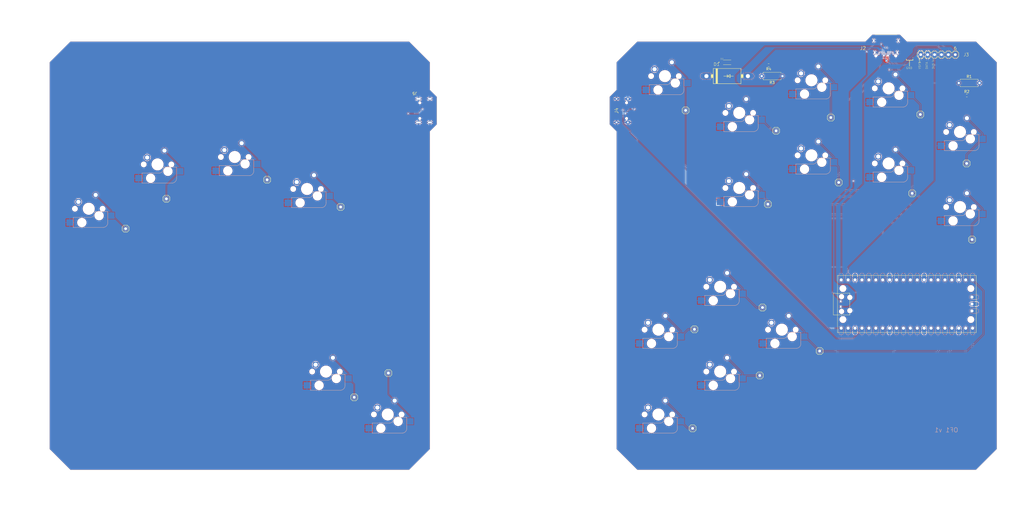
<source format=kicad_pcb>
(kicad_pcb (version 20211014) (generator pcbnew)
  (layers (0 "F.Cu" signal) (31 "B.Cu" signal) (34 "B.Paste" user) (35 "F.Paste" user) (36 "B.SilkS" user "B.Silkscreen") (37 "F.SilkS" user "F.Silkscreen") (38 "B.Mask" user) (39 "F.Mask" user) (44 "Edge.Cuts" user))
  (net 0 "")
  (net 1 "GND")
  (net 2 "+5V")
  (net 6 "/START")
  (net 8 "/RIGHT")
  (net 9 "/DOWN")
  (net 10 "/LEFT")
  (net 11 "/L")
  (net 12 "/M1")
  (net 17 "/C_UP")
  (net 18 "/C_LT")
  (net 19 "/A")
  (net 20 "/C_DN")
  (net 21 "/C_RT")
  (net 22 "/UP")
  (net 23 "/MS")
  (net 24 "/Z")
  (net 25 "V+")
  (net 26 "/LS")
  (net 27 "VCC")
  (net 28 "/M2")
  (net 29 "/X")
  (net 30 "/Y")
  (net 31 "/B")
  (net 32 "/R")
  (net 33 "/DATA")
  (net 37 "/M1_J")
  (net 38 "/M2_J")
  (net 39 "/L_J")
  (net 40 "/LEFT_J")
  (net 41 "/D-")
  (net 42 "Net-(J2-PadA5)")
  (net 43 "Net-(J2-PadB5)")
  (net 45 "/D+")
  (net 46 "/DOWN_J")
  (net 47 "/RIGHT_J")
  (footprint "OF1 v1:MX-BOTH" (layer "F.Cu") (at 282.8411 72.7576 180)
    (fp_text reference "U$15" hide)
    (fp_text value "MX-B" hide)
  )
  (footprint "OF1 v1:1X01" (layer "F.Cu") (at 264.5011 79.7536)
    (fp_text reference "JP11" hide)
    (fp_text value "PINHD-1X1")
  )
  (footprint "OF1 v1:MX-BOTH" (layer "F.Cu") (at 282.8411 45.1476 180)
    (fp_text reference "U$11" hide)
    (fp_text value "MX-B" hide)
  )
  (footprint "OF1 v1:1X01" (layer "F.Cu") (at 238.5011 87.7536)
    (fp_text reference "JP10" hide)
    (fp_text value "PINHD-1X1")
  )
  (footprint "OF1 v1:MX-BOTH" (layer "F.Cu") (at 220.9531 118.1176 180)
    (fp_text reference "U$17" hide)
    (fp_text value "MX-B" hide)
  )
  (footprint "OF1 v1:1X01" (layer "F.Cu") (at 81.5011 88.7536)
    (fp_text reference "JP5" hide)
    (fp_text value "PINHD-1X1")
  )
  (footprint "OF1 v1:MX-BOTH" (layer "F.Cu") (at 76.1331 149.3026 180)
    (fp_text reference "U$6" hide)
    (fp_text value "MX-B" hide)
  )
  (footprint "OF1 v1:DO201-15" (layer "F.Cu") (at 223.52 40.64)
    (fp_text reference "D1")
    (fp_text value "1N5400")
  )
  (footprint "OF1 v1:MX-BOTH" (layer "F.Cu") (at 220.9531 149.3026 180)
    (fp_text reference "U$20" hide)
    (fp_text value "MX-B" hide)
  )
  (footprint "OF1 v1:SOD3715X145N" (layer "F.Cu") (at 223.52 35.56)
    (fp_text reference "D2")
    (fp_text value "1N5819HW-7-F")
  )
  (footprint "OF1 v1:1X01" (layer "F.Cu") (at 211.5011 133.7536)
    (fp_text reference "JP18" hide)
    (fp_text value "PINHD-1X1")
  )
  (footprint "Resistor_SMD:R_0603_1608Metric" (layer "F.Cu") (at 311.567036 47.770638)
    (fp_text reference "R2")
    (fp_text value "5.1k")
  )
  (footprint "OF1 v1:MX-BOTH" (layer "F.Cu") (at 254.4861 42.1726 180)
    (fp_text reference "U$10" hide)
    (fp_text value "MX-B" hide)
  )
  (footprint "OF1 v1:1X01" (layer "F.Cu") (at 86.5011 158.7536)
    (fp_text reference "JP6" hide)
    (fp_text value "PINHD-1X1")
  )
  (footprint "OF1 v1:1X01" (layer "F.Cu") (at 311.5011 72.7536)
    (fp_text reference "JP14" hide)
    (fp_text value "PINHD-1X1")
  )
  (footprint "OF1 v1:1X01" (layer "F.Cu") (at 54.5011 78.7536)
    (fp_text reference "JP4" hide)
    (fp_text value "PINHD-1X1")
  )
  (footprint "OF1 v1:MX-BOTH" (layer "F.Cu") (at 227.9681 81.7776 180)
    (fp_text reference "U$13" hide)
    (fp_text value "MX-B" hide)
  )
  (footprint "OF1 v1:1X01" (layer "F.Cu") (at 241.5011 60.7536)
    (fp_text reference "JP9" hide)
    (fp_text value "PINHD-1X1")
  )
  (footprint "shou han 24P type-c:24P" (layer "F.Cu") (at 281.889944 33.79048 180)
    (fp_text reference "J2")
    (fp_text value "MOLEX2171830001")
  )
  (footprint "OF1 v1:MX-BOTH" (layer "F.Cu") (at -11.0339 89.4176 180)
    (fp_text reference "U$1" hide)
    (fp_text value "MX-B" hide)
  )
  (footprint "OF1 v1:MX-BOTH" (layer "F.Cu") (at 198.2661 165.0726 180)
    (fp_text reference "U$21" hide)
    (fp_text value "MX-B" hide)
  )
  (footprint "OF1 v1:1X01" (layer "F.Cu") (at 291.5011 83.7536)
    (fp_text reference "JP16" hide)
    (fp_text value "PINHD-1X1")
  )
  (footprint "OF1 v1:MX-BOTH" (layer "F.Cu") (at 14.2461 73.1146 180)
    (fp_text reference "U$2" hide)
    (fp_text value "MX-B" hide)
  )
  (footprint "OF1 v1:MX-BOTH" (layer "F.Cu") (at 42.6021 70.3886 180)
    (fp_text reference "U$4" hide)
    (fp_text value "MX-B" hide)
  )
  (footprint "OF1 v1:1X01" (layer "F.Cu") (at 235.5011 150.7536)
    (fp_text reference "JP20" hide)
    (fp_text value "PINHD-1X1")
  )
  (footprint "OF1 v1:MX-BOTH" (layer "F.Cu") (at 98.8211 165.0716 180)
    (fp_text reference "U$7" hide)
    (fp_text value "MX-B" hide)
  )
  (footprint "OF1 v1:1X01" (layer "F.Cu") (at 294.5011 54.7536)
    (fp_text reference "JP13" hide)
    (fp_text value "PINHD-1X1")
  )
  (footprint "OF1 v1:MX-BOTH" (layer "F.Cu") (at 243.6101 133.8876 180)
    (fp_text reference "U$19" hide)
    (fp_text value "MX-B" hide)
  )
  (footprint "OF1 v1:1X01" (layer "F.Cu") (at 236.5011 125.7536)
    (fp_text reference "JP17" hide)
    (fp_text value "PINHD-1X1")
  )
  (footprint "OF1 v1:1X01" (layer "F.Cu") (at 261.62 55.88)
    (fp_text reference "JP12" hide)
    (fp_text value "PINHD-1X1")
  )
  (footprint "Resistor_THT:R_Axial_DIN0207_L6.3mm_D2.5mm_P7.62mm_Horizontal" (layer "F.Cu") (at 243.84 40.64 180)
    (fp_text reference "R3")
    (fp_text value "5.1k")
  )
  (footprint "OF1 v1:RPI_PICO_TH" (layer "F.Cu") (at 289.56 124.46 90)
    (fp_text reference "J1" hide)
    (fp_text value "RPI_PICO-TH" hide)
  )
  (footprint "OF1 v1:1X01" (layer "F.Cu") (at 313.5011 100.7536)
    (fp_text reference "JP15" hide)
    (fp_text value "PINHD-1X1")
  )
  (footprint "Resistor_SMD:R_0603_1608Metric" (layer "F.Cu") (at 238.76 36.602301 180)
    (fp_text reference "R4")
    (fp_text value "5.1k")
  )
  (footprint "OF1 v1:MX-BOTH" (layer "F.Cu") (at 69.1741 82.1516 180)
    (fp_text reference "U$5" hide)
    (fp_text value "MX-B" hide)
  )
  (footprint "OF1 v1:16P" (layer "F.Cu") (at 182.88 53.34 -90)
    (fp_text reference "J4")
    (fp_text value "GT-USB-7010")
  )
  (footprint "OF1 v1:MX-BOTH" (layer "F.Cu") (at 198.2661 133.8876 180)
    (fp_text reference "U$18" hide)
    (fp_text value "MX-B" hide)
  )
  (footprint "OF1 v1:MX-BOTH" (layer "F.Cu") (at 309.0641 88.7936 180)
    (fp_text reference "U$16" hide)
    (fp_text value "MX-B" hide)
  )
  (footprint "OF1 v1:1X01" (layer "F.Cu") (at 99.06 149.86)
    (fp_text reference "JP7" hide)
    (fp_text value "PINHD-1X1")
  )
  (footprint "OF1 v1:16P" (layer "F.Cu") (at 114.3 53.34 90)
    (fp_text reference "J5" hide)
    (fp_text value "GT-USB-7010" hide)
  )
  (footprint "OF1 v1:1X01" (layer "F.Cu") (at 2.5011 96.7536)
    (fp_text reference "JP2" hide)
    (fp_text value "PINHD-1X1")
  )
  (footprint "OF1 v1:1X01" (layer "F.Cu") (at 208.255 53.242)
    (fp_text reference "JP8" hide)
    (fp_text value "PINHD-1X1")
  )
  (footprint "OF1 v1:MX-BOTH" (layer "F.Cu") (at 309.0641 61.1836 180)
    (fp_text reference "U$12" hide)
    (fp_text value "MX-B" hide)
  )
  (footprint "OF1 v1:MX-BOTH" (layer "F.Cu") (at 227.9681 54.1686 180)
    (fp_text reference "U$9" hide)
    (fp_text value "MX-B" hide)
  )
  (footprint "OF1 v1:1X01" (layer "F.Cu") (at 210.82 170.18)
    (fp_text reference "JP21" hide)
    (fp_text value "PINHD-1X1")
  )
  (footprint "OF1 v1:MX-BOTH" (layer "F.Cu") (at 254.4861 69.7826 180)
    (fp_text reference "U$14" hide)
    (fp_text value "MX-B" hide)
  )
  (footprint "OF1 v1:1X01" (layer "F.Cu") (at 257.5011 141.7536)
    (fp_text reference "JP19" hide)
    (fp_text value "PINHD-1X1")
  )
  (footprint "OF1 v1:MA06-1" (layer "F.Cu") (at 300.99 32.7536)
    (fp_text reference "J3")
    (fp_text value "MA06-1")
  )
  (footprint "Resistor_THT:R_Axial_DIN0207_L6.3mm_D2.5mm_P7.62mm_Horizontal" (layer "F.Cu") (at 308.61 43.18)
    (fp_text reference "R1")
    (fp_text value "5.1k")
  )
  (footprint "OF1 v1:1X01" (layer "F.Cu") (at 17.5011 85.7536)
    (fp_text reference "JP3" hide)
    (fp_text value "PINHD-1X1")
  )
  (footprint "OF1 v1:MX-BOTH" (layer "F.Cu") (at 200.66 40.64 180)
    (fp_text reference "U$8" hide)
    (fp_text value "MX-B" hide)
  )
  (gr_line (start 289.3594 34.794232) (end 291.761025 34.794232) (layer "F.SilkS") (width 0.2))
  (gr_line (start 291.793063 33.815094) (end 291.777366 33.799397) (layer "F.SilkS") (width 0.2))
  (gr_line (start 290.508051 34.948854) (end 290.508051 36.958357) (layer "F.SilkS") (width 0.2))
  (gr_line (start 291.777879 34.802747) (end 291.777879 34.410263) (layer "F.SilkS") (width 0.2))
  (gr_line (start 289.3594 34.378054) (end 289.3594 34.801935) (layer "F.SilkS") (width 0.2))
  (gr_line (start 116.84 58.42) (end 116.84 48.26) (layer "Edge.Cuts") (width 0.05))
  (gr_line (start 322.58 177.8) (end 314.96 185.42) (layer "Edge.Cuts") (width 0.05))
  (gr_line (start 114.3 60.96) (end 114.3 177.8) (layer "Edge.Cuts") (width 0.05))
  (gr_line (start 114.3 177.8) (end 106.68 185.42) (layer "Edge.Cuts") (width 0.05))
  (gr_line (start 246.38 27.94) (end 274.32 27.94) (layer "Edge.Cuts") (width 0.05))
  (gr_line (start 314.96 27.94) (end 289.56 27.94) (layer "Edge.Cuts") (width 0.05))
  (gr_line (start -17.78 185.42) (end -25.4 177.8) (layer "Edge.Cuts") (width 0.05))
  (gr_line (start 182.88 45.72) (end 182.88 35.56) (layer "Edge.Cuts") (width 0.05))
  (gr_line (start 246.38 27.94) (end 200.66 27.94) (layer "Edge.Cuts") (width 0.05))
  (gr_line (start 106.68 27.94) (end -17.78 27.94) (layer "Edge.Cuts") (width 0.05))
  (gr_line (start 182.88 60.96) (end 180.34 58.42) (layer "Edge.Cuts") (width 0.05))
  (gr_line (start 287.02 25.4) (end 276.86 25.4) (layer "Edge.Cuts") (width 0.05))
  (gr_line (start 182.88 177.8) (end 182.88 60.96) (layer "Edge.Cuts") (width 0.05))
  (gr_line (start 182.88 35.56) (end 190.5 27.94) (layer "Edge.Cuts") (width 0.05))
  (gr_line (start 190.5 185.42) (end 314.96 185.42) (layer "Edge.Cuts") (width 0.05))
  (gr_line (start 190.5 27.94) (end 200.66 27.94) (layer "Edge.Cuts") (width 0.05))
  (gr_line (start -25.4 177.8) (end -25.4 35.56) (layer "Edge.Cuts") (width 0.05))
  (gr_line (start 114.3 35.56) (end 106.68 27.94) (layer "Edge.Cuts") (width 0.05))
  (gr_line (start 106.68 185.42) (end -17.78 185.42) (layer "Edge.Cuts") (width 0.05))
  (gr_line (start 116.84 48.26) (end 114.3 45.72) (layer "Edge.Cuts") (width 0.05))
  (gr_line (start 322.58 35.56) (end 322.58 175.26) (layer "Edge.Cuts") (width 0.05))
  (gr_line (start 180.34 58.42) (end 180.34 48.26) (layer "Edge.Cuts") (width 0.05))
  (gr_line (start 322.58 175.26) (end 322.58 177.8) (layer "Edge.Cuts") (width 0.05))
  (gr_line (start 114.3 45.72) (end 114.3 35.56) (layer "Edge.Cuts") (width 0.05))
  (gr_line (start 289.56 27.94) (end 287.02 25.4) (layer "Edge.Cuts") (width 0.05))
  (gr_line (start -25.4 35.56) (end -17.78 27.94) (layer "Edge.Cuts") (width 0.05))
  (gr_line (start 276.86 25.4) (end 274.32 27.94) (layer "Edge.Cuts") (width 0.05))
  (gr_line (start 190.5 185.42) (end 182.88 177.8) (layer "Edge.Cuts") (width 0.05))
  (gr_line (start 116.84 58.42) (end 114.3 60.96) (layer "Edge.Cuts") (width 0.05))
  (gr_line (start 180.34 48.26) (end 182.88 45.72) (layer "Edge.Cuts") (width 0.05))
  (gr_line (start 314.96 27.94) (end 322.58 35.56) (layer "Edge.Cuts") (width 0.05))
  (gr_text "OF1 v1" (at 308.5011 171.7536) (layer "B.SilkS") (effects (font (size 1.63576 1.63576) (thickness 0.14224)) (justify left bottom mirror)))
  (gr_text "3V3 in" (at 299.72 38.1 90) (layer "F.SilkS") (effects (font (size 0.747776 0.747776) (thickness 0.065024)) (justify left bottom)))
  (gr_text "VSYS" (at 294.674479 38.1 90) (layer "F.SilkS") (effects (font (size 0.747776 0.747776) (thickness 0.065024)) (justify left bottom)))
  (gr_text "DATA" (at 297.286979 38.1 90) (layer "F.SilkS") (effects (font (size 0.747776 0.747776) (thickness 0.065024)) (justify left bottom)))
  (gr_text "GND" (at 289.236769 38.1) (layer "F.SilkS") (effects (font (size 0.747776 0.747776) (thickness 0.065024)) (justify left bottom)))
  (segment (start 279.139944 32.63048) (end 279.089944 32.58048) (width 0.25) (layer "F.Cu") (net 1))
  (segment (start 279.139944 33.79048) (end 279.139944 32.63048) (width 0.25) (layer "F.Cu") (net 1))
  (segment (start 284.639944 32.63048) (end 284.689944 32.58048) (width 0.25) (layer "F.Cu") (net 1))
  (segment (start 284.639944 33.79048) (end 284.639944 32.63048) (width 0.25) (layer "F.Cu") (net 1))
  (segment (start 280.639944 33.79048) (end 280.639944 32.63048) (width 0.25) (layer "F.Cu") (net 2))
  (segment (start 283.139944 32.63048) (end 283.089944 32.58048) (width 0.25) (layer "F.Cu") (net 2))
  (segment (start 283.139944 33.79048) (end 283.139944 32.63048) (width 0.25) (layer "F.Cu") (net 2))
  (segment (start 280.639944 32.63048) (end 280.689944 32.58048) (width 0.25) (layer "F.Cu") (net 2))
  (segment (start 293.221388 29.609313) (end 305.861325 29.609313) (width 0.25) (layer "B.Cu") (net 2))
  (segment (start 265.521307 115.478693) (end 265.521307 88.23128) (width 0.25) (layer "B.Cu") (net 2))
  (segment (start 292.109541 30.72116) (end 293.221388 29.609313) (width 0.25) (layer "B.Cu") (net 2))
  (segment (start 307.34 31.087988) (end 307.34 32.7536) (width 0.25) (layer "B.Cu") (net 2))
  (segment (start 305.861325 29.609313) (end 307.34 31.087988) (width 0.25) (layer "B.Cu") (net 2))
  (segment (start 265.521307 88.23128) (end 273.471726 80.280861) (width 0.25) (layer "B.Cu") (net 2))
  (segment (start 281.428701 35.96119) (end 280.689944 35.222433) (width 0.25) (layer "B.Cu") (net 2))
  (segment (start 283.587076 35.9878) (end 288.071783 35.9878) (width 0.25) (layer "B.Cu") (net 2))
  (segment (start 282.619422 35.96119) (end 282.145561 35.96119) (width 0.25) (layer "B.Cu") (net 2))
  (segment (start 288.071783 35.9878) (end 292.109541 31.950042) (width 0.25) (layer "B.Cu") (net 2))
  (segment (start 280.747684 35.96119) (end 282.145561 35.96119) (width 0.25) (layer "B.Cu") (net 2))
  (segment (start 280.689944 35.222433) (end 280.689944 32.58048) (width 0.25) (layer "B.Cu") (net 2))
  (segment (start 292.109541 31.950042) (end 292.109541 30.72116) (width 0.25) (layer "B.Cu") (net 2))
  (segment (start 282.145561 35.96119) (end 281.428701 35.96119) (width 0.25) (layer "B.Cu") (net 2))
  (segment (start 283.089944 32.58048) (end 283.089944 35.490668) (width 0.25) (layer "B.Cu") (net 2))
  (segment (start 283.089944 35.490668) (end 282.619422 35.96119) (width 0.25) (layer "B.Cu") (net 2))
  (segment (start 283.089944 35.490668) (end 283.587076 35.9878) (width 0.25) (layer "B.Cu") (net 2))
  (segment (start 273.471726 43.237148) (end 280.747684 35.96119) (width 0.25) (layer "B.Cu") (net 2))
  (segment (start 273.471726 80.280861) (end 273.471726 43.237148) (width 0.25) (layer "B.Cu") (net 2))
  (segment (start 265.43 115.57) (end 265.521307 115.478693) (width 0.25) (layer "B.Cu") (net 2))
  (segment (start 260.35 133.35) (end 208.255 81.255) (width 0.25) (layer "B.Cu") (net 6))
  (segment (start 265.43 133.35) (end 260.35 133.35) (width 0.25) (layer "B.Cu") (net 6))
  (segment (start 208.255 53.242) (end 208.255 43.84) (width 0.25) (layer "B.Cu") (net 6))
  (segment (start 208.255 43.84) (end 208.915 43.18) (width 0.25) (layer "B.Cu") (net 6))
  (segment (start 208.255 81.255) (end 208.255 53.242) (width 0.25) (layer "B.Cu") (net 6))
  (segment (start 208.915 43.18) (end 208.915 41.275) (width 0.25) (layer "B.Cu") (net 6))
  (segment (start 208.915 41.275) (end 203.2 35.56) (width 0.25) (layer "B.Cu") (net 6))
  (segment (start 185.710345 53.59) (end 187.68 53.59) (width 0.25) (layer "F.Cu") (net 8))
  (segment (start 185.277914 53.157569) (end 185.845483 52.59) (width 0.25) (layer "F.Cu") (net 8))
  (segment (start 185.277914 53.157569) (end 185.710345 53.59) (width 0.25) (layer "F.Cu") (net 8))
  (segment (start 185.845483 52.59) (end 187.68 52.59) (width 0.25) (layer "F.Cu") (net 8))
  (via (at 185.277914 53.157569) (size 0.8) (drill 0.4) (layers "F.Cu" "B.Cu") (net 8))
  (segment (start 269.787753 137.16) (end 263.626842 137.16) (width 0.25) (layer "B.Cu") (net 8))
  (segment (start 187.96 61.493158) (end 187.96 60.96) (width 0.25) (layer "B.Cu") (net 8))
  (segment (start 273.05 133.35) (end 273.05 133.897753) (width 0.25) (layer "B.Cu") (net 8))
  (segment (start 187.96 60.96) (end 187.96 60.764939) (width 0.25) (layer "B.Cu") (net 8))
  (segment (start 185.277914 58.082853) (end 185.277914 53.157569) (width 0.25) (layer "B.Cu") (net 8))
  (segment (start 187.374817 60.179756) (end 185.277914 58.082853) (width 0.25) (layer "B.Cu") (net 8))
  (segment (start 273.05 133.897753) (end 269.787753 137.16) (width 0.25) (layer "B.Cu") (net 8))
  (segment (start 263.626842 137.16) (end 187.96 61.493158) (width 0.25) (layer "B.Cu") (net 8))
  (segment (start 187.96 60.764939) (end 187.374817 60.179756) (width 0.25) (layer "B.Cu") (net 8))
  (segment (start 270.974999 128.734999) (end 275.59 133.35) (width 0.25) (layer "F.Cu") (net 9))
  (segment (start 189.511084 52.822446) (end 197.743 61.054362) (width 0.25) (layer "F.Cu") (net 9))
  (segment (start 189.511084 52.728084) (end 189.511084 52.822446) (width 0.25) (layer "F.Cu") (net 9))
  (segment (start 186.449879 54.59) (end 187.68 54.59) (width 0.25) (layer "F.Cu") (net 9))
  (segment (start 197.743 63.830761) (end 262.647238 128.734999) (width 0.25) (layer "F.Cu") (net 9))
  (segment (start 197.743 61.054362) (end 197.743 61.410005) (width 0.25) (layer "F.Cu") (net 9))
  (segment (start 186.199034 54.339155) (end 186.449879 54.59) (width 0.25) (layer "F.Cu") (net 9))
  (segment (start 187.68 51.59) (end 188.373 51.59) (width 0.25) (layer "F.Cu") (net 9))
  (segment (start 188.373 51.59) (end 189.511084 52.728084) (width 0.25) (layer "F.Cu") (net 9))
  (segment (start 197.743 61.410005) (end 197.743 63.830761) (width 0.25) (layer "F.Cu") (net 9))
  (segment (start 262.647238 128.734999) (end 270.974999 128.734999) (width 0.25) (layer "F.Cu") (net 9))
  (via (at 186.199034 54.339155) (size 0.8) (drill 0.4) (layers "F.Cu" "B.Cu") (net 9))
  (via (at 189.511084 52.822446) (size 0.8) (drill 0.4) (layers "F.Cu" "B.Cu") (net 9))
  (segment (start 189.511084 52.822446) (end 187.715743 52.822446) (width 0.25) (layer "B.Cu") (net 9))
  (segment (start 187.715743 52.822446) (end 186.199034 54.339155) (width 0.25) (layer "B.Cu") (net 9))
  (segment (start 276.379489 137.049261) (end 265.256343 137.049261) (width 0.25) (layer "F.Cu") (net 10))
  (segment (start 188.591421 53.09) (end 187.68 53.09) (width 0.25) (layer "F.Cu") (net 10))
  (segment (start 197.347591 61.345764) (end 197.347591 63.968511) (width 0.25) (layer "F.Cu") (net 10))
  (segment (start 197.347591 61.345764) (end 190.091827 54.09) (width 0.25) (layer "F.Cu") (net 10))
  (segment (start 263.082274 134.875192) (end 263.082274 129.703193) (width 0.25) (layer "F.Cu") (net 10))
  (segment (start 188.55 54.09) (end 188.801065 53.838935) (width 0.25) (layer "F.Cu") (net 10))
  (segment (start 188.801065 53.299644) (end 188.591421 53.09) (width 0.25) (layer "F.Cu") (net 10))
  (segment (start 190.091827 54.09) (end 187.68 54.09) (width 0.25) (layer "F.Cu") (net 10))
  (segment (start 278.13 135.29875) (end 276.379489 137.049261) (width 0.25) (layer "F.Cu") (net 10))
  (segment (start 265.256343 137.049261) (end 263.082274 134.875192) (width 0.25) (layer "F.Cu") (net 10))
  (segment (start 263.082274 129.703193) (end 197.569482 64.190401) (width 0.25) (layer "F.Cu") (net 10))
  (segment (start 197.347591 63.968511) (end 197.476393 64.097313) (width 0.25) (layer "F.Cu") (net 10))
  (segment (start 187.68 54.09) (end 188.55 54.09) (width 0.25) (layer "F.Cu") (net 10))
  (segment (start 278.13 133.35) (end 278.13 135.29875) (width 0.25) (layer "F.Cu") (net 10))
  (segment (start 188.801065 53.838935) (end 188.801065 53.299644) (width 0.25) (layer "F.Cu") (net 10))
  (segment (start 184.180646 52.521925) (end 184.612571 52.09) (width 0.25) (layer "F.Cu") (net 11))
  (segment (start 189.83258 55.09) (end 187.68 55.09) (width 0.25) (layer "F.Cu") (net 11))
  (segment (start 280.67 134.769448) (end 277.727653 137.711795) (width 0.25) (layer "F.Cu") (net 11))
  (segment (start 203.544021 73.073273) (end 196.697389 66.226641) (width 0.25) (layer "F.Cu") (net 11))
  (segment (start 196.697389 61.954809) (end 189.83258 55.09) (width 0.25) (layer "F.Cu") (net 11))
  (segment (start 280.67 133.35) (end 280.67 134.769448) (width 0.25) (layer "F.Cu") (net 11))
  (segment (start 277.727653 137.711795) (end 265.385719 137.711795) (width 0.25) (layer "F.Cu") (net 11))
  (segment (start 203.544021 75.870097) (end 203.544021 73.073273) (width 0.25) (layer "F.Cu") (net 11))
  (segment (start 184.180646 54.229271) (end 184.180646 52.521925) (width 0.25) (layer "F.Cu") (net 11))
  (segment (start 280.67 135.697973) (end 280.67 133.35) (width 0.25) (layer "F.Cu") (net 11))
  (segment (start 196.697389 66.226641) (end 196.697389 61.954809) (width 0.25) (layer "F.Cu") (net 11))
  (segment (start 265.385719 137.711795) (end 203.544021 75.870097) (width 0.25) (layer "F.Cu") (net 11))
  (segment (start 185.041375 55.09) (end 184.180646 54.229271) (width 0.25) (layer "F.Cu") (net 11))
  (segment (start 184.612571 52.09) (end 187.68 52.09) (width 0.25) (layer "F.Cu") (net 11))
  (segment (start 187.68 55.09) (end 185.041375 55.09) (width 0.25) (layer "F.Cu") (net 11))
  (segment (start 285.75 133.35) (end 285.75 140.89188) (width 0.25) (layer "F.Cu") (net 12))
  (segment (start 190.5 58.42) (end 188.62 56.54) (width 0.25) (layer "F.Cu") (net 12))
  (segment (start 190.5 63.5) (end 190.5 58.42) (width 0.25) (layer "F.Cu") (net 12))
  (segment (start 189.036897 48.362032) (end 189.036897 49.357655) (width 0.25) (layer "F.Cu") (net 12))
  (segment (start 265.400705 143.480705) (end 190.5 68.58) (width 0.25) (layer "F.Cu") (net 12))
  (segment (start 186.110986 47.975975) (end 188.65084 47.975975) (width 0.25) (layer "F.Cu") (net 12))
  (segment (start 188.65084 47.975975) (end 189.036897 48.362032) (width 0.25) (layer "F.Cu") (net 12))
  (segment (start 283.161175 143.480705) (end 265.400705 143.480705) (width 0.25) (layer "F.Cu") (net 12))
  (segment (start 190.5 63.5) (end 182.941249 55.941249) (width 0.25) (layer "F.Cu") (net 12))
  (segment (start 189.036897 49.357655) (end 188.254552 50.14) (width 0.25) (layer "F.Cu") (net 12))
  (segment (start 182.941249 55.941249) (end 182.941249 51.145712) (width 0.25) (layer "F.Cu") (net 12))
  (segment (start 190.5 68.58) (end 190.5 63.5) (width 0.25) (layer "F.Cu") (net 12))
  (segment (start 188.254552 50.14) (end 187.68 50.14) (width 0.25) (layer "F.Cu") (net 12))
  (segment (start 285.75 140.89188) (end 283.161175 143.480705) (width 0.25) (layer "F.Cu") (net 12))
  (segment (start 188.62 56.54) (end 187.68 56.54) (width 0.25) (layer "F.Cu") (net 12))
  (segment (start 182.941249 51.145712) (end 186.110986 47.975975) (width 0.25) (layer "F.Cu") (net 12))
  (segment (start 236.5011 125.7536) (end 236.5011 133.408885) (width 0.4) (layer "F.Cu") (net 17))
  (segment (start 233.057172 140.658981) (end 237.028825 144.630634) (width 0.4) (layer "F.Cu") (net 17))
  (segment (start 237.028825 144.630634) (end 298.092993 144.630634) (width 0.4) (layer "F.Cu") (net 17))
  (segment (start 298.092993 144.630634) (end 303.53 139.193627) (width 0.4) (layer "F.Cu") (net 17))
  (segment (start 303.53 139.193627) (end 303.53 133.35) (width 0.4) (layer "F.Cu") (net 17))
  (segment (start 233.057172 136.852813) (end 233.057172 140.658981) (width 0.4) (layer "F.Cu") (net 17))
  (segment (start 236.5011 133.408885) (end 233.057172 136.852813) (width 0.4) (layer "F.Cu") (net 17))
  (segment (start 229.2081 120.6576) (end 229.2081 118.7526) (width 0.4) (layer "B.Cu") (net 17))
  (segment (start 236.5011 125.7536) (end 234.3041 125.7536) (width 0.4) (layer "B.Cu") (net 17))
  (segment (start 234.3041 125.7536) (end 229.2081 120.6576) (width 0.4) (layer "B.Cu") (net 17))
  (segment (start 229.2081 118.7526) (end 223.4931 113.0376) (width 0.4) (layer "B.Cu") (net 17))
  (segment (start 306.07 140.932188) (end 306.07 133.35) (width 0.4) (layer "F.Cu") (net 18))
  (segment (start 211.5011 133.7536) (end 223.209836 133.7536) (width 0.4) (layer "F.Cu") (net 18))
  (segment (start 300.751719 146.250469) (end 306.07 140.932188) (width 0.4) (layer "F.Cu") (net 18))
  (segment (start 223.209836 133.7536) (end 235.706705 146.250469) (width 0.4) (layer "F.Cu") (net 18))
  (segment (start 235.706705 146.250469) (end 300.751719 146.250469) (width 0.4) (layer "F.Cu") (net 18))
  (segment (start 206.5211 136.4276) (end 206.5211 134.5226) (width 0.4) (layer "B.Cu") (net 18))
  (segment (start 209.1951 133.7536) (end 206.5211 136.4276) (width 0.4) (layer "B.Cu") (net 18))
  (segment (start 206.5211 134.5226) (end 200.8061 128.8076) (width 0.4) (layer "B.Cu") (net 18))
  (segment (start 211.5011 133.7536) (end 209.1951 133.7536) (width 0.4) (layer "B.Cu") (net 18))
  (segment (start 235.5011 150.7536) (end 308.531283 150.7536) (width 0.4) (layer "F.Cu") (net 19))
  (segment (start 311.15 148.134883) (end 311.15 133.35) (width 0.4) (layer "F.Cu") (net 19))
  (segment (start 308.531283 150.7536) (end 311.15 148.134883) (width 0.4) (layer "F.Cu") (net 19))
  (segment (start 235.5011 150.7536) (end 230.2971 150.7536) (width 0.4) (layer "B.Cu") (net 19))
  (segment (start 230.2971 150.7536) (end 229.2081 151.8426) (width 0.4) (layer "B.Cu") (net 19))
  (segment (start 229.2081 149.9376) (end 223.4931 144.2226) (width 0.4) (layer "B.Cu") (net 19))
  (segment (start 229.2081 151.8426) (end 229.2081 149.9376) (width 0.4) (layer "B.Cu") (net 19))
  (segment (start 303.860678 170.18) (end 210.82 170.18) (width 0.4) (layer "F.Cu") (net 20))
  (segment (start 313.69 160.350678) (end 303.860678 170.18) (width 0.4) (layer "F.Cu") (net 20))
  (segment (start 313.69 133.35) (end 313.69 160.350678) (width 0.4) (layer "F.Cu") (net 20))
  (segment (start 210.82 170.18) (end 209.0885 170.18) (width 0.4) (layer "B.Cu") (net 20))
  (segment (start 206.5211 167.6126) (end 206.5211 165.7076) (width 0.4) (layer "B.Cu") (net 20))
  (segment (start 209.0885 170.18) (end 206.5211 167.6126) (width 0.4) (layer "B.Cu") (net 20))
  (segment (start 206.5211 165.7076) (end 200.8061 159.9926) (width 0.4) (layer "B.Cu") (net 20))
  (segment (start 252.1751 136.4276) (end 251.8651 136.4276) (width 0.4) (layer "B.Cu") (net 21))
  (segment (start 257.5011 141.7536) (end 252.1751 136.4276) (width 0.4) (layer "B.Cu") (net 21))
  (segment (start 317.74594 119.62594) (end 313.69 115.57) (width 0.4) (layer "B.Cu") (net 21))
  (segment (start 251.8651 136.4276) (end 251.8651 134.5226) (width 0.4) (layer "B.Cu") (net 21))
  (segment (start 311.576432 141.7536) (end 317.74594 135.584092) (width 0.4) (layer "B.Cu") (net 21))
  (segment (start 317.74594 135.584092) (end 317.74594 119.62594) (width 0.4) (layer "B.Cu") (net 21))
  (segment (start 257.5011 141.7536) (end 311.576432 141.7536) (width 0.4) (layer "B.Cu") (net 21))
  (segment (start 251.8651 134.5226) (end 246.1501 128.8076) (width 0.4) (layer "B.Cu") (net 21))
  (segment (start 311.15 103.1047) (end 311.15 115.57) (width 0.4) (layer "F.Cu") (net 22))
  (segment (start 313.5011 100.7536) (end 311.15 103.1047) (width 0.4) (layer "F.Cu") (net 22))
  (segment (start 313.5011 95.1516) (end 317.3191 91.3336) (width 0.4) (layer "B.Cu") (net 22))
  (segment (start 317.3191 89.4286) (end 311.6041 83.7136) (width 0.4) (layer "B.Cu") (net 22))
  (segment (start 317.3191 91.3336) (end 317.3191 89.4286) (width 0.4) (layer "B.Cu") (net 22))
  (segment (start 313.5011 100.7536) (end 313.5011 95.1516) (width 0.4) (layer "B.Cu") (net 22))
  (segment (start 297.18 96.263122) (end 306.07 105.153122) (width 0.4) (layer "F.Cu") (net 23))
  (segment (start 306.07 105.153122) (end 306.07 115.57) (width 0.4) (layer "F.Cu") (net 23))
  (segment (start 297.18 86.36) (end 297.18 96.263122) (width 0.4) (layer "F.Cu") (net 23))
  (segment (start 310.7864 72.7536) (end 297.18 86.36) (width 0.4) (layer "F.Cu") (net 23))
  (segment (start 311.5011 72.7536) (end 310.7864 72.7536) (width 0.4) (layer "F.Cu") (net 23))
  (segment (start 317.3191 61.8186) (end 311.6041 56.1036) (width 0.4) (layer "B.Cu") (net 23))
  (segment (start 311.5011 69.5416) (end 317.3191 63.7236) (width 0.4) (layer "B.Cu") (net 23))
  (segment (start 311.5011 72.7536) (end 311.5011 69.5416) (width 0.4) (layer "B.Cu") (net 23))
  (segment (start 317.3191 63.7236) (end 317.3191 61.8186) (width 0.4) (layer "B.Cu") (net 23))
  (segment (start 303.53 115.57) (end 303.53 105.509118) (width 0.4) (layer "F.Cu") (net 24))
  (segment (start 303.53 105.509118) (end 295.659971 97.639089) (width 0.4) (layer "F.Cu") (net 24))
  (segment (start 295.659971 86.606719) (end 292.806852 83.7536) (width 0.4) (layer "F.Cu") (net 24))
  (segment (start 295.659971 97.639089) (end 295.659971 86.606719) (width 0.4) (layer "F.Cu") (net 24))
  (segment (start 292.806852 83.7536) (end 291.5011 83.7536) (width 0.4) (layer "F.Cu") (net 24))
  (segment (start 291.5011 83.7536) (end 291.5011 75.7026) (width 0.4) (layer "B.Cu") (net 24))
  (segment (start 291.0961 75.2976) (end 291.0961 73.3926) (width 0.4) (layer "B.Cu") (net 24))
  (segment (start 291.0961 73.3926) (end 285.3811 67.6776) (width 0.4) (layer "B.Cu") (net 24))
  (segment (start 291.5011 75.7026) (end 291.0961 75.2976) (width 0.4) (layer "B.Cu") (net 24))
  (segment (start 304.8 31.44864) (end 304.8 32.7536) (width 0.25) (layer "F.Cu") (net 25))
  (segment (start 281.916284 28.900007) (end 302.251367 28.900007) (width 0.25) (layer "F.Cu") (net 25))
  (segment (start 279.489944 31.326347) (end 281.916284 28.900007) (width 0.25) (layer "F.Cu") (net 25))
  (segment (start 303.622971 36.559479) (end 304.8 35.38245) (width 0.25) (layer "F.Cu") (net 25))
  (segment (start 226.06 35.56) (end 225.2 35.56) (width 0.25) (layer "F.Cu") (net 25))
  (segment (start 284.139944 33.79048) (end 284.139944 34.49048) (width 0.25) (layer "F.Cu") (net 25))
  (segment (start 286.208943 36.559479) (end 303.622971 36.559479) (width 0.25) (layer "F.Cu") (net 25))
  (segment (start 279.489944 31.88048) (end 279.489944 31.326347) (width 0.25) (layer "F.Cu") (net 25))
  (segment (start 284.139944 34.49048) (end 286.208943 36.559479) (width 0.25) (layer "F.Cu") (net 25))
  (segment (start 304.8 35.38245) (end 304.8 32.7536) (width 0.25) (layer "F.Cu") (net 25))
  (segment (start 302.251367 28.900007) (end 304.8 31.44864) (width 0.25) (layer "F.Cu") (net 25))
  (segment (start 231.14 40.64) (end 226.06 35.56) (width 0.25) (layer "F.Cu") (net 25))
  (segment (start 241.130384 30.649616) (end 231.14 40.64) (width 0.25) (layer "B.Cu") (net 25))
  (segment (start 278.25908 30.649616) (end 241.130384 30.649616) (width 0.25) (layer "B.Cu") (net 25))
  (segment (start 279.489944 31.88048) (end 278.25908 30.649616) (width 0.25) (layer "B.Cu") (net 25))
  (segment (start 300.99 106.830448) (end 300.99 115.57) (width 0.4) (layer "F.Cu") (net 26))
  (segment (start 288.075216 82.607486) (end 288.075216 85.089768) (width 0.4) (layer "F.Cu") (net 26))
  (segment (start 289.040549 81.642153) (end 288.075216 82.607486) (width 0.4) (layer "F.Cu") (net 26))
  (segment (start 294.280924 100.121372) (end 300.99 106.830448) (width 0.4) (layer "F.Cu") (net 26))
  (segment (start 291.522832 81.642153) (end 289.040549 81.642153) (width 0.4) (layer "F.Cu") (net 26))
  (segment (start 294.5011 78.663885) (end 291.522832 81.642153) (width 0.4) (layer "F.Cu") (net 26))
  (segment (start 294.5011 54.7536) (end 294.5011 78.663885) (width 0.4) (layer "F.Cu") (net 26))
  (segment (start 288.075216 85.089768) (end 294.280924 91.295476) (width 0.4) (layer "F.Cu") (net 26))
  (segment (start 294.280924 91.295476) (end 294.280924 100.121372) (width 0.4) (layer "F.Cu") (net 26))
  (segment (start 290.5691 47.1606) (end 290.5691 45.2556) (width 0.4) (layer "B.Cu") (net 26))
  (segment (start 294.5011 51.0926) (end 291.0961 47.6876) (width 0.4) (layer "B.Cu") (net 26))
  (segment (start 294.5011 54.7536) (end 294.5011 51.0926) (width 0.4) (layer "B.Cu") (net 26))
  (segment (start 290.5691 45.2556) (end 285.3811 40.0676) (width 0.4) (layer "B.Cu") (net 26))
  (segment (start 291.0961 47.6876) (end 290.5691 47.1606) (width 0.4) (layer "B.Cu") (net 26))
  (segment (start 215.9 40.64) (end 215.9 80.746842) (width 0.25) (layer "F.Cu") (net 27))
  (segment (start 267.99717 115.54283) (end 267.97 115.57) (width 0.25) (layer "F.Cu") (net 27))
  (segment (start 267.99717 111.962097) (end 267.99717 115.54283) (width 0.25) (layer "F.Cu") (net 27))
  (segment (start 266.86489 110.829817) (end 267.99717 111.962097) (width 0.25) (layer "F.Cu") (net 27))
  (segment (start 220.98 35.56) (end 221.84 35.56) (width 0.25) (layer "F.Cu") (net 27))
  (segment (start 245.982975 110.829817) (end 266.86489 110.829817) (width 0.25) (layer "F.Cu") (net 27))
  (segment (start 215.9 80.746842) (end 245.982975 110.829817) (width 0.25) (layer "F.Cu") (net 27))
  (segment (start 215.9 40.64) (end 220.98 35.56) (width 0.25) (layer "F.Cu") (net 27))
  (segment (start 267.97 110.855856) (end 267.97 115.57) (width 0.25) (layer "B.Cu") (net 27))
  (segment (start 299.72 32.7536) (end 299.72 79.105856) (width 0.25) (layer "B.Cu") (net 27))
  (segment (start 299.72 79.105856) (end 267.97 110.855856) (width 0.25) (layer "B.Cu") (net 27))
  (segment (start 187.469999 55.529999) (end 187.68 55.74) (width 0.25) (layer "F.Cu") (net 28))
  (segment (start 198.12 63.5) (end 254.805001 120.185001) (width 0.25) (layer "F.Cu") (net 28))
  (segment (start 187.68 50.94) (end 188.55 50.94) (width 0.25) (layer "F.Cu") (net 28))
  (segment (start 184.663769 55.529999) (end 187.469999 55.529999) (width 0.25) (layer "F.Cu") (net 28))
  (segment (start 288.29 128.27) (end 288.29 133.35) (width 0.25) (layer "F.Cu") (net 28))
  (segment (start 254.805001 120.185001) (end 280.205001 120.185001) (width 0.25) (layer "F.Cu") (net 28))
  (segment (start 187.68 50.94) (end 187.469999 51.150001) (width 0.25) (layer "F.Cu") (net 28))
  (segment (start 184.460872 51.150001) (end 183.754002 51.856871) (width 0.25) (layer "F.Cu") (net 28))
  (segment (start 188.55 50.94) (end 198.12 60.51) (width 0.25) (layer "F.Cu") (net 28))
  (segment (start 187.469999 51.150001) (end 184.460872 51.150001) (width 0.25) (layer "F.Cu") (net 28))
  (segment (start 183.754002 54.620232) (end 184.663769 55.529999) (width 0.25) (layer "F.Cu") (net 28))
  (segment (start 198.12 60.51) (end 198.12 63.5) (width 0.25) (layer "F.Cu") (net 28))
  (segment (start 280.205001 120.185001) (end 288.29 128.27) (width 0.25) (layer "F.Cu") (net 28))
  (segment (start 183.754002 51.856871) (end 183.754002 54.620232) (width 0.25) (layer "F.Cu") (net 28))
  (segment (start 293.177687 101.914132) (end 293.177687 93.50195) (width 0.4) (layer "F.Cu") (net 29))
  (segment (start 264.5011 80.408586) (end 264.5011 79.7536) (width 0.4) (layer "F.Cu") (net 29))
  (segment (start 282.283222 82.607485) (end 266.699999 82.607485) (width 0.4) (layer "F.Cu") (net 29))
  (segment (start 298.555968 115.464032) (end 298.555968 107.292413) (width 0.4) (layer "F.Cu") (net 29))
  (segment (start 266.699999 82.607485) (end 264.5011 80.408586) (width 0.4) (layer "F.Cu") (net 29))
  (segment (start 298.555968 107.292413) (end 293.177687 101.914132) (width 0.4) (layer "F.Cu") (net 29))
  (segment (start 298.45 115.57) (end 298.555968 115.464032) (width 0.4) (layer "F.Cu") (net 29))
  (segment (start 293.177687 93.50195) (end 282.283222 82.607485) (width 0.4) (layer "F.Cu") (net 29))
  (segment (start 264.5011 79.7536) (end 264.5011 74.0826) (width 0.4) (layer "B.Cu") (net 29))
  (segment (start 262.7411 72.3226) (end 262.7411 70.4176) (width 0.4) (layer "B.Cu") (net 29))
  (segment (start 264.5011 74.0826) (end 262.7411 72.3226) (width 0.4) (layer "B.Cu") (net 29))
  (segment (start 262.7411 70.4176) (end 257.0261 64.7026) (width 0.4) (layer "B.Cu") (net 29))
  (segment (start 267.113713 74.195304) (end 261.873338 79.435679) (width 0.4) (layer "F.Cu") (net 30))
  (segment (start 267.113713 72.678352) (end 267.113713 74.195304) (width 0.4) (layer "F.Cu") (net 30))
  (segment (start 290.833309 94.880997) (end 290.833309 102.603656) (width 0.4) (layer "F.Cu") (net 30))
  (segment (start 261.873338 79.435679) (end 261.873338 82.607485) (width 0.4) (layer "F.Cu") (net 30))
  (segment (start 261.62 67.184639) (end 267.113713 72.678352) (width 0.4) (layer "F.Cu") (net 30))
  (segment (start 293.37 105.140347) (end 293.37 115.57) (width 0.4) (layer "F.Cu") (net 30))
  (segment (start 290.833309 102.603656) (end 293.37 105.140347) (width 0.4) (layer "F.Cu") (net 30))
  (segment (start 261.62 55.88) (end 261.62 67.184639) (width 0.4) (layer "F.Cu") (net 30))
  (segment (start 261.873338 82.607485) (end 264.217717 84.951864) (width 0.4) (layer "F.Cu") (net 30))
  (segment (start 280.904176 84.951864) (end 290.833309 94.880997) (width 0.4) (layer "F.Cu") (net 30))
  (segment (start 264.217717 84.951864) (end 280.904176 84.951864) (width 0.4) (layer "F.Cu") (net 30))
  (segment (start 261.62 55.88) (end 261.62 45.8337) (width 0.4) (layer "B.Cu") (net 30))
  (segment (start 261.62 45.8337) (end 262.7411 44.7126) (width 0.4) (layer "B.Cu") (net 30))
  (segment (start 262.7411 42.8076) (end 257.0261 37.0926) (width 0.4) (layer "B.Cu") (net 30))
  (segment (start 262.7411 44.7126) (end 262.7411 42.8076) (width 0.4) (layer "B.Cu") (net 30))
  (segment (start 288.29 95.371589) (end 280.672011 87.7536) (width 0.4) (layer "F.Cu") (net 31))
  (segment (start 280.672011 87.7536) (end 238.5011 87.7536) (width 0.4) (layer "F.Cu") (net 31))
  (segment (start 288.29 115.57) (end 288.29 95.371589) (width 0.4) (layer "F.Cu") (net 31))
  (segment (start 238.5011 87.7536) (end 238.5011 86.5956) (width 0.4) (layer "B.Cu") (net 31))
  (segment (start 236.2231 82.4126) (end 230.5081 76.6976) (width 0.4) (layer "B.Cu") (net 31))
  (segment (start 236.2231 84.3176) (end 236.2231 82.4126) (width 0.4) (layer "B.Cu") (net 31))
  (segment (start 238.5011 86.5956) (end 236.2231 84.3176) (width 0.4) (layer "B.Cu") (net 31))
  (segment (start 238.843266 86.055101) (end 236.912601 86.055101) (width 0.4) (layer "F.Cu") (net 32))
  (segment (start 285.75 96.141301) (end 285.75 115.57) (width 0.4) (layer "F.Cu") (net 32))
  (segment (start 281.04208 91.433381) (end 285.75 96.141301) (width 0.4) (layer "F.Cu") (net 32))
  (segment (start 236.223078 89.640621) (end 238.015838 91.433381) (width 0.4) (layer "F.Cu") (net 32))
  (segment (start 236.912601 86.055101) (end 236.223078 86.744624) (width 0.4) (layer "F.Cu") (net 32))
  (segment (start 241.5011 83.397267) (end 238.843266 86.055101) (width 0.4) (layer "F.Cu") (net 32))
  (segment (start 236.223078 86.744624) (end 236.223078 89.640621) (width 0.4) (layer "F.Cu") (net 32))
  (segment (start 241.5011 60.7536) (end 241.5011 83.397267) (width 0.4) (layer "F.Cu") (net 32))
  (segment (start 238.015838 91.433381) (end 281.04208 91.433381) (width 0.4) (layer "F.Cu") (net 32))
  (segment (start 240.2681 60.7536) (end 236.2231 56.7086) (width 0.4) (layer "B.Cu") (net 32))
  (segment (start 236.2231 56.7086) (end 236.2231 54.8036) (width 0.4) (layer "B.Cu") (net 32))
  (segment (start 236.2231 54.8036) (end 230.5081 49.0886) (width 0.4) (layer "B.Cu") (net 32))
  (segment (start 241.5011 60.7536) (end 240.2681 60.7536) (width 0.4) (layer "B.Cu") (net 32))
  (segment (start 285.6314 29.379396) (end 300.785859 29.379396) (width 0.25) (layer "F.Cu") (net 33))
  (segment (start 279.639944 33.79048) (end 279.639944 37.338934) (width 0.25) (layer "F.Cu") (net 33))
  (segment (start 284.289944 31.88048) (end 284.289944 30.720852) (width 0.25) (layer "F.Cu") (net 33))
  (segment (start 300.785859 29.379396) (end 302.26 30.853537) (width 0.25) (layer "F.Cu") (net 33))
  (segment (start 284.289944 30.720852) (end 285.6314 29.379396) (width 0.25) (layer "F.Cu") (net 33))
  (segment (start 283.068475 38.328529) (end 280.629539 38.328529) (width 0.25) (layer "F.Cu") (net 33))
  (segment (start 235.014286 64.238612) (end 235.014286 90.553627) (width 0.25) (layer "F.Cu") (net 33))
  (segment (start 260.807583 54.173906) (end 245.078992 54.173906) (width 0.25) (layer "F.Cu") (net 33))
  (segment (start 277.684449 92.964963) (end 280.67 95.950514) (width 0.25) (layer "F.Cu") (net 33))
  (segment (start 279.639944 37.338934) (end 279.639944 37.982992) (width 0.25) (layer "F.Cu") (net 33))
  (segment (start 263.44903 54.173906) (end 260.807583 54.173906) (width 0.25) (layer "F.Cu") (net 33))
  (segment (start 280.67 95.950514) (end 280.67 115.57) (width 0.25) (layer "F.Cu") (net 33))
  (segment (start 302.26 30.853537) (end 302.26 32.7536) (width 0.25) (layer "F.Cu") (net 33))
  (segment (start 235.014286 90.553627) (end 237.425622 92.964963) (width 0.25) (layer "F.Cu") (net 33))
  (segment (start 279.639944 37.982992) (end 263.44903 54.173906) (width 0.25) (layer "F.Cu") (net 33))
  (segment (start 245.078992 54.173906) (end 235.014286 64.238612) (width 0.25) (layer "F.Cu") (net 33))
  (segment (start 280.629539 38.328529) (end 279.639944 37.338934) (width 0.25) (layer "F.Cu") (net 33))
  (segment (start 237.425622 92.964963) (end 277.684449 92.964963) (width 0.25) (layer "F.Cu") (net 33))
  (via (at 283.068475 38.328529) (size 0.8) (drill 0.4) (layers "F.Cu" "B.Cu") (net 33))
  (segment (start 302.26 31.245389) (end 302.26 32.7536) (width 0.25) (layer "B.Cu") (net 33))
  (segment (start 293.679364 30.248716) (end 301.263327 30.248716) (width 0.25) (layer "B.Cu") (net 33))
  (segment (start 292.920968 31.007112) (end 293.679364 30.248716) (width 0.25) (layer "B.Cu") (net 33))
  (segment (start 283.068475 38.328529) (end 286.964665 38.328529) (width 0.25) (layer "B.Cu") (net 33))
  (segment (start 301.263327 30.248716) (end 302.26 31.245389) (width 0.25) (layer "B.Cu") (net 33))
  (segment (start 292.920968 32.372226) (end 292.920968 31.007112) (width 0.25) (layer "B.Cu") (net 33))
  (segment (start 286.964665 38.328529) (end 292.920968 32.372226) (width 0.25) (layer "B.Cu") (net 33))
  (segment (start 78.6731 97.645048) (end 106.858457 69.459691) (width 0.25) (layer "F.Cu") (net 37))
  (segment (start 109.14128 48.016952) (end 111.563548 48.016952) (width 0.25) (layer "F.Cu") (net 37))
  (segment (start 108.118283 49.039949) (end 109.14128 48.016952) (width 0.25) (layer "F.Cu") (net 37))
  (segment (start 106.858457 59.181543) (end 109.5 56.54) (width 0.25) (layer "F.Cu") (net 37))
  (segment (start 114.656055 51.109459) (end 114.656055 55.354307) (width 0.25) (layer "F.Cu") (net 37))
  (segment (start 108.118283 49.651395) (end 108.118283 49.039949) (width 0.25) (layer "F.Cu") (net 37))
  (segment (start 106.858457 69.459691) (end 106.858457 61.141188) (width 0.25) (layer "F.Cu") (net 37))
  (segment (start 109.5 50.14) (end 108.606888 50.14) (width 0.25) (layer "F.Cu") (net 37))
  (segment (start 106.858457 60.000605) (end 106.858457 59.181543) (width 0.25) (layer "F.Cu") (net 37))
  (segment (start 114.656055 55.354307) (end 108.869174 61.141188) (width 0.25) (layer "F.Cu") (net 37))
  (segment (start 111.563548 48.016952) (end 114.656055 51.109459) (width 0.25) (layer "F.Cu") (net 37))
  (segment (start 108.869174 61.141188) (end 106.858457 61.141188) (width 0.25) (layer "F.Cu") (net 37))
  (segment (start 106.858457 61.141188) (end 106.858457 60.000605) (width 0.25) (layer "F.Cu") (net 37))
  (segment (start 78.6731 144.2226) (end 78.6731 97.645048) (width 0.25) (layer "F.Cu") (net 37))
  (segment (start 108.606888 50.14) (end 108.118283 49.651395) (width 0.25) (layer "F.Cu") (net 37))
  (segment (start 84.3881 149.9376) (end 78.6731 144.2226) (width 0.25) (layer "B.Cu") (net 37))
  (segment (start 86.5011 158.7536) (end 86.5011 153.9556) (width 0.25) (layer "B.Cu") (net 37))
  (segment (start 86.5011 153.9556) (end 84.3881 151.8426) (width 0.25) (layer "B.Cu") (net 37))
  (segment (start 84.3881 151.8426) (end 84.3881 149.9376) (width 0.25) (layer "B.Cu") (net 37))
  (segment (start 99.06 149.86) (end 99.06 150.604563) (width 0.25) (layer "F.Cu") (net 38))
  (segment (start 109.5 50.94) (end 109.710001 51.150001) (width 0.25) (layer "F.Cu") (net 38))
  (segment (start 109.710001 51.150001) (end 112.403673 51.150001) (width 0.25) (layer "F.Cu") (net 38))
  (segment (start 108.432892 55.74) (end 109.5 55.74) (width 0.25) (layer "F.Cu") (net 38))
  (segment (start 105.500629 68.784213) (end 105.500629 58.672263) (width 0.25) (layer "F.Cu") (net 38))
  (segment (start 76.2 167.64) (end 66.04 157.48) (width 0.25) (layer "F.Cu") (net 38))
  (segment (start 99.06 150.604563) (end 82.024563 167.64) (width 0.25) (layer "F.Cu") (net 38))
  (segment (start 109.710001 55.529999) (end 109.5 55.74) (width 0.25) (layer "F.Cu") (net 38))
  (segment (start 113.209749 54.75462) (end 112.43437 55.529999) (width 0.25) (layer "F.Cu") (net 38))
  (segment (start 112.403673 51.150001) (end 113.209749 51.956077) (width 0.25) (layer "F.Cu") (net 38))
  (segment (start 82.024563 167.64) (end 76.2 167.64) (width 0.25) (layer "F.Cu") (net 38))
  (segment (start 112.43437 55.529999) (end 109.710001 55.529999) (width 0.25) (layer "F.Cu") (net 38))
  (segment (start 66.04 108.244842) (end 105.500629 68.784213) (width 0.25) (layer "F.Cu") (net 38))
  (segment (start 113.209749 51.956077) (end 113.209749 54.75462) (width 0.25) (layer "F.Cu") (net 38))
  (segment (start 66.04 157.48) (end 66.04 108.244842) (width 0.25) (layer "F.Cu") (net 38))
  (segment (start 105.500629 58.672263) (end 108.432892 55.74) (width 0.25) (layer "F.Cu") (net 38))
  (segment (start 99.06 157.6905) (end 101.3611 159.9916) (width 0.25) (layer "B.Cu") (net 38))
  (segment (start 99.06 149.86) (end 99.06 157.6905) (width 0.25) (layer "B.Cu") (net 38))
  (segment (start 107.0761 165.7066) (end 101.3611 159.9916) (width 0.25) (layer "B.Cu") (net 38))
  (segment (start 107.0761 167.6116) (end 107.0761 165.7066) (width 0.25) (layer "B.Cu") (net 38))
  (segment (start 2.5011 74.990792) (end 25.901892 51.59) (width 0.25) (layer "F.Cu") (net 39))
  (segment (start 112.585586 52.331686) (end 112.585586 54.013164) (width 0.25) (layer "F.Cu") (net 39))
  (segment (start 112.585586 54.013164) (end 112.00875 54.59) (width 0.25) (layer "F.Cu") (net 39))
  (segment (start 25.901892 51.59) (end 109.5 51.59) (width 0.25) (layer "F.Cu") (net 39))
  (segment (start 111.8439 51.59) (end 112.585586 52.331686) (width 0.25) (layer "F.Cu") (net 39))
  (segment (start 109.5 51.59) (end 111.8439 51.59) (width 0.25) (layer "F.Cu") (net 39))
  (segment (start 2.5011 96.7536) (end 2.5011 74.990792) (width 0.25) (layer "F.Cu") (net 39))
  (segment (start 112.00875 54.59) (end 109.5 54.59) (width 0.25) (layer "F.Cu") (net 39))
  (segment (start -2.2949 91.9576) (end -2.7789 91.9576) (width 0.25) (layer "B.Cu") (net 39))
  (segment (start -2.7789 91.9576) (end -2.7789 90.0526) (width 0.25) (layer "B.Cu") (net 39))
  (segment (start 2.5011 96.7536) (end -2.2949 91.9576) (width 0.25) (layer "B.Cu") (net 39))
  (segment (start -2.7789 90.0526) (end -8.4939 84.3376) (width 0.25) (layer "B.Cu") (net 39))
  (segment (start 17.5011 85.67304) (end 50.58414 52.59) (width 0.25) (layer "F.Cu") (net 40))
  (segment (start 110.657179 52.877179) (end 110.657179 53.260614) (width 0.25) (layer "F.Cu") (net 40))
  (segment (start 110.657179 53.260614) (end 110.327793 53.59) (width 0.25) (layer "F.Cu") (net 40))
  (segment (start 110.37 52.59) (end 110.657179 52.877179) (width 0.25) (layer "F.Cu") (net 40))
  (segment (start 50.58414 52.59) (end 109.5 52.59) (width 0.25) (layer "F.Cu") (net 40))
  (segment (start 109.5 52.59) (end 110.37 52.59) (width 0.25) (layer "F.Cu") (net 40))
  (segment (start 110.327793 53.59) (end 109.5 53.59) (width 0.25) (layer "F.Cu") (net 40))
  (segment (start 17.5011 85.7536) (end 17.5011 85.67304) (width 0.25) (layer "F.Cu") (net 40))
  (segment (start 22.5011 75.6546) (end 22.5011 73.7496) (width 0.25) (layer "B.Cu") (net 40))
  (segment (start 17.5011 85.7536) (end 17.5011 80.6546) (width 0.25) (layer "B.Cu") (net 40))
  (segment (start 17.5011 80.6546) (end 22.5011 75.6546) (width 0.25) (layer "B.Cu") (net 40))
  (segment (start 22.5011 73.7496) (end 16.7861 68.0346) (width 0.25) (layer "B.Cu") (net 40))
  (segment (start 281.639944 33.79048) (end 281.639944 33.303792) (width 0.2) (layer "F.Cu") (net 41))
  (segment (start 282.119943 32.410479) (end 282.289944 32.58048) (width 0.2) (layer "F.Cu") (net 41))
  (segment (start 274.776442 31.63866) (end 277.550206 28.864896) (width 0.2) (layer "F.Cu") (net 41))
  (segment (start 277.550206 28.864896) (end 280.148415 28.864896) (width 0.2) (layer "F.Cu") (net 41))
  (segment (start 282.119943 30.299129) (end 282.119943 32.410479) (width 0.2) (layer "F.Cu") (net 41))
  (segment (start 281.639944 33.303792) (end 282.099115 32.844621) (width 0.2) (layer "F.Cu") (net 41))
  (segment (start 282.184849 30.234223) (end 282.119943 30.299129) (width 0.2) (layer "F.Cu") (net 41))
  (via (at 274.776442 31.63866) (size 0.8) (drill 0.4) (layers "F.Cu" "B.Cu") (net 41))
  (via (at 282.184849 30.234223) (size 0.8) (drill 0.4) (layers "F.Cu" "B.Cu") (net 41))
  (via (at 280.148415 28.864896) (size 0.8) (drill 0.4) (layers "F.Cu" "B.Cu") (net 41))
  (segment (start 268.485146 46.474854) (end 274.776442 40.183558) (width 0.2) (layer "B.Cu") (net 41))
  (segment (start 281.517742 30.234223) (end 282.184849 30.234223) (width 0.2) (layer "B.Cu") (net 41))
  (segment (start 262.194705 95.404851) (end 262.194705 87.478894) (width 0.2) (layer "B.Cu") (net 41))
  (segment (start 274.776442 40.183558) (end 274.776442 31.63866) (width 0.2) (layer "B.Cu") (net 41))
  (segment (start 265.26 123.46) (end 262.194705 120.394705) (width 0.2) (layer "B.Cu") (net 41))
  (segment (start 280.148415 28.864896) (end 281.517742 30.234223) (width 0.2) (layer "B.Cu") (net 41))
  (segment (start 268.485146 81.188453) (end 268.485146 46.474854) (width 0.2) (layer "B.Cu") (net 41))
  (segment (start 262.194705 87.478894) (end 268.485146 81.188453) (width 0.2) (layer "B.Cu") (net 41))
  (segment (start 262.194705 120.394705) (end 262.194705 95.404851) (width 0.2) (layer "B.Cu") (net 41))
  (segment (start 308.61 43.18) (end 308.61 45.638602) (width 0.25) (layer "F.Cu") (net 42))
  (segment (start 308.61 45.638602) (end 310.742036 47.770638) (width 0.25) (layer "F.Cu") (net 42))
  (segment (start 282.639944 33.79048) (end 282.639944 34.287614) (width 0.25) (layer "F.Cu") (net 42))
  (segment (start 282.639944 34.287614) (end 291.53233 43.18) (width 0.25) (layer "F.Cu") (net 42))
  (segment (start 291.53233 43.18) (end 308.61 43.18) (width 0.25) (layer "F.Cu") (net 42))
  (segment (start 243.84 40.64) (end 239.802301 36.602301) (width 0.25) (layer "F.Cu") (net 43))
  (segment (start 239.802301 36.602301) (end 239.585 36.602301) (width 0.25) (layer "F.Cu") (net 43))
  (segment (start 281.089944 31.420861) (end 279.295692 29.626609) (width 0.25) (layer "B.Cu") (net 43))
  (segment (start 240.156311 44.323689) (end 243.84 40.64) (width 0.25) (layer "B.Cu") (net 43))
  (segment (start 226.733951 42.638364) (end 228.419276 44.323689) (width 0.25) (layer "B.Cu") (net 43))
  (segment (start 226.733951 40.278909) (end 226.733951 42.638364) (width 0.25) (layer "B.Cu") (net 43))
  (segment (start 228.419276 44.323689) (end 240.156311 44.323689) (width 0.25) (layer "B.Cu") (net 43))
  (segment (start 279.295692 29.626609) (end 237.386251 29.626609) (width 0.25) (layer "B.Cu") (net 43))
  (segment (start 281.089944 31.88048) (end 281.089944 31.420861) (width 0.25) (layer "B.Cu") (net 43))
  (segment (start 237.386251 29.626609) (end 226.733951 40.278909) (width 0.25) (layer "B.Cu") (net 43))
  (segment (start 282.139944 33.79048) (end 282.139944 34.960894) (width 0.2) (layer "F.Cu") (net 45))
  (segment (start 269.926237 49.801931) (end 269.926237 79.217538) (width 0.2) (layer "F.Cu") (net 45))
  (segment (start 280.404872 39.886128) (end 279.84204 39.886128) (width 0.2) (layer "F.Cu") (net 45))
  (segment (start 282.139944 34.960894) (end 282.085506 35.015332) (width 0.2) (layer "F.Cu") (net 45))
  (segment (start 282.843133 39.886128) (end 280.404872 39.886128) (width 0.2) (layer "F.Cu") (net 45))
  (segment (start 284.062262 36.992088) (end 284.062262 38.666999) (width 0.2) (layer "F.Cu") (net 45))
  (segment (start 282.085506 35.015332) (end 284.062262 36.992088) (width 0.2) (layer "F.Cu") (net 45))
  (segment (start 279.84204 39.886128) (end 269.926237 49.801931) (width 0.2) (layer "F.Cu") (net 45))
  (segment (start 284.062262 38.666999) (end 282.843133 39.886128) (width 0.2) (layer "F.Cu") (net 45))
  (via (at 282.085506 35.015332) (size 0.8) (drill 0.4) (layers "F.Cu" "B.Cu") (net 45))
  (via (at 269.926237 79.217538) (size 0.8) (drill 0.4) (layers "F.Cu" "B.Cu") (net 45))
  (segment (start 268.031389 125.46) (end 265.26 125.46) (width 0.2) (layer "B.Cu") (net 45))
  (segment (start 281.489944 34.41977) (end 281.489944 32.58048) (width 0.2) (layer "B.Cu") (net 45))
  (segment (start 263.216432 88.338678) (end 263.216432 115.911781) (width 0.2) (layer "B.Cu") (net 45))
  (segment (start 263.216432 115.911781) (end 264.474521 117.16987) (width 0.2) (layer "B.Cu") (net 45))
  (segment (start 270.764962 120.000568) (end 270.764962 122.726427) (width 0.2) (layer "B.Cu") (net 45))
  (segment (start 267.934264 117.16987) (end 270.764962 120.000568) (width 0.2) (layer "B.Cu") (net 45))
  (segment (start 270.764962 122.726427) (end 268.031389 125.46) (width 0.2) (layer "B.Cu") (net 45))
  (segment (start 269.926237 81.628873) (end 263.216432 88.338678) (width 0.2) (layer "B.Cu") (net 45))
  (segment (start 282.085506 35.015332) (end 281.489944 34.41977) (width 0.2) (layer "B.Cu") (net 45))
  (segment (start 264.474521 117.16987) (end 267.934264 117.16987) (width 0.2) (layer "B.Cu") (net 45))
  (segment (start 269.926237 79.217538) (end 269.926237 81.628873) (width 0.2) (layer "B.Cu") (net 45))
  (segment (start 109.5 54.09) (end 108.63 54.09) (width 0.25) (layer "F.Cu") (net 46))
  (segment (start 54.5011 78.7536) (end 80.1647 53.09) (width 0.25) (layer "F.Cu") (net 46))
  (segment (start 80.1647 53.09) (end 107.688251 53.09) (width 0.25) (layer "F.Cu") (net 46))
  (segment (start 107.688251 53.148251) (end 107.688251 53.09) (width 0.25) (layer "F.Cu") (net 46))
  (segment (start 107.688251 53.09) (end 109.5 53.09) (width 0.25) (layer "F.Cu") (net 46))
  (segment (start 108.63 54.09) (end 107.688251 53.148251) (width 0.25) (layer "F.Cu") (net 46))
  (segment (start 54.5011 76.5726) (end 50.8571 72.9286) (width 0.25) (layer "B.Cu") (net 46))
  (segment (start 50.8571 72.9286) (end 50.8571 71.0236) (width 0.25) (layer "B.Cu") (net 46))
  (segment (start 50.8571 71.0236) (end 45.1421 65.3086) (width 0.25) (layer "B.Cu") (net 46))
  (segment (start 54.5011 78.7536) (end 54.5011 76.5726) (width 0.25) (layer "B.Cu") (net 46))
  (segment (start 106.75333 55.95333) (end 107.616659 55.09) (width 0.25) (layer "F.Cu") (net 47))
  (segment (start 106.75333 55.95333) (end 106.353538 55.553538) (width 0.25) (layer "F.Cu") (net 47))
  (segment (start 107.616659 55.09) (end 109.5 55.09) (width 0.25) (layer "F.Cu") (net 47))
  (segment (start 111.562589 52.813788) (end 110.838801 52.09) (width 0.25) (layer "F.Cu") (net 47))
  (segment (start 81.5011 81.205559) (end 106.75333 55.95333) (width 0.25) (layer "F.Cu") (net 47))
  (segment (start 106.353538 55.553538) (end 106.353538 54.418835) (width 0.25) (layer "F.Cu") (net 47))
  (segment (start 110.838801 52.09) (end 109.5 52.09) (width 0.25) (layer "F.Cu") (net 47))
  (segment (start 81.5011 88.7536) (end 81.5011 81.205559) (width 0.25) (layer "F.Cu") (net 47))
  (via (at 106.353538 54.418835) (size 0.8) (drill 0.4) (layers "F.Cu" "B.Cu") (net 47))
  (via (at 111.562589 52.813788) (size 0.8) (drill 0.4) (layers "F.Cu" "B.Cu") (net 47))
  (segment (start 81.5011 88.7536) (end 81.4911 88.7536) (width 0.25) (layer "B.Cu") (net 47))
  (segment (start 106.353538 54.418835) (end 109.957542 54.418835) (width 0.25) (layer "B.Cu") (net 47))
  (segment (start 81.4911 88.7536) (end 77.4291 84.6916) (width 0.25) (layer "B.Cu") (net 47))
  (segment (start 77.4291 82.7866) (end 71.7141 77.0716) (width 0.25) (layer "B.Cu") (net 47))
  (segment (start 109.957542 54.418835) (end 111.562589 52.813788) (width 0.25) (layer "B.Cu") (net 47))
  (segment (start 77.4291 84.6916) (end 77.4291 82.7866) (width 0.25) (layer "B.Cu") (net 47))
  (zone (net 1) (net_name "GND") (layer "F.Cu") (priority 6) (connect_pads (clearance 0.000001)) (min_thickness 0.1) (fill yes (thermal_gap 0.25) (thermal_bridge_width 0.25))
    (polygon (pts (xy 3.542522 13.6536) (xy 327.542521 13.6536) (xy 329.571811 15.682889) (xy 332.6011 18.712179) (xy 332.6011 205.8536) (xy 61.542522 205.8536) (xy 60.542521 206.8536) (xy -29.540321 206.8536) (xy -41.5989 194.795021) (xy -41.5989 20.795022) (xy -43.640321 18.7536) (xy -37.540321 12.6536) (xy 2.542521 12.6536)))
  )
  (zone (net 1) (net_name "GND") (layer "B.Cu") (priority 6) (connect_pads (clearance 0.000001)) (min_thickness 0.1) (fill yes (thermal_gap 0.25) (thermal_bridge_width 0.25))
    (polygon (pts (xy 328.6011 22.712179) (xy 328.6011 194.795021) (xy 323.542521 199.8536) (xy -21.540321 199.8536) (xy -32.5989 188.795021) (xy -32.5989 21.712179) (xy -27.540321 16.6536) (xy 322.542521 16.6536)))
  )
)
</source>
